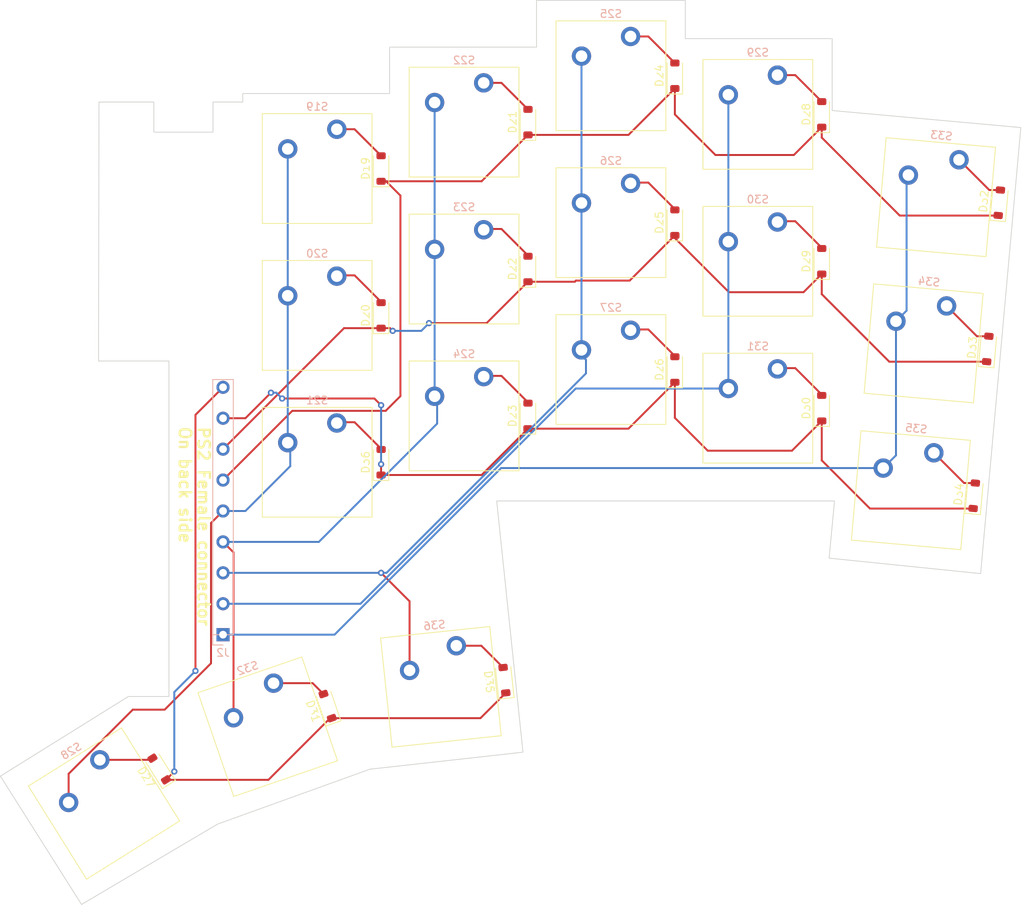
<source format=kicad_pcb>
(kicad_pcb (version 20221018) (generator pcbnew)
  (layers (0 "F.Cu" signal) (31 "B.Cu" signal) (34 "B.Paste" user) (35 "F.Paste" user) (36 "B.SilkS" user "B.Silkscreen") (37 "F.SilkS" user "F.Silkscreen") (38 "B.Mask" user) (39 "F.Mask" user) (44 "Edge.Cuts" user))
  (net 0 "")
  (net 1 "R4")
  (net 2 "R3")
  (net 3 "R2")
  (net 4 "R1")
  (net 5 "Net-(D19-A)")
  (net 6 "Net-(D20-A)")
  (net 7 "Net-(D21-A)")
  (net 8 "Net-(D22-A)")
  (net 9 "Net-(D23-A)")
  (net 10 "Net-(D24-A)")
  (net 11 "Net-(D25-A)")
  (net 12 "Net-(D26-A)")
  (net 13 "Net-(D27-A)")
  (net 14 "Net-(D28-A)")
  (net 15 "Net-(D29-A)")
  (net 16 "Net-(D30-A)")
  (net 17 "Net-(D31-A)")
  (net 18 "Net-(D32-A)")
  (net 19 "Net-(D33-A)")
  (net 20 "Net-(D34-A)")
  (net 21 "Net-(D35-A)")
  (net 22 "Net-(D36-A)")
  (net 23 "C6")
  (net 24 "C7")
  (net 25 "C8")
  (net 26 "C9")
  (net 27 "C10")
  (footprint "Switch_Keyboard_Cherry_MX:SW_Cherry_MX_PCB_1.00u" (layer "F.Cu") (at 250.455964 94.699079)
    (fp_text reference "S31" (at 0 -8) (layer "B.SilkS") (effects (justify mirror)))
    (fp_text value "SW_Push")
    (fp_line (start -7.1 -7.1) (end -7.1 7.1) (stroke (width 0.12)) (layer "F.SilkS"))
    (fp_line (start -7.1 7.1) (end 7.1 7.1) (stroke (width 0.12)) (layer "F.SilkS"))
    (fp_line (start 7.1 -7.1) (end -7.1 -7.1) (stroke (width 0.12)) (layer "F.SilkS"))
    (fp_line (start 7.1 7.1) (end 7.1 -7.1) (stroke (width 0.12)) (layer "F.SilkS"))
    (pad "" np_thru_hole circle (at -5.08 0) (size 1.75 1.75) (drill 1.75) (layers "*.Cu" "*.Mask"))
    (pad "" np_thru_hole circle (at 0 0) (size 4 4) (drill 4) (layers "*.Cu" "*.Mask"))
    (pad "" np_thru_hole circle (at 5.08 0) (size 1.75 1.75) (drill 1.75) (layers "*.Cu" "*.Mask"))
    (pad "1" thru_hole circle (at -3.81 -2.54) (size 2.5 2.5) (drill 1.5) (layers "*.Cu" "B.Mask") (net 26 "C9"))
    (pad "2" thru_hole circle (at 2.54 -5.08) (size 2.5 2.5) (drill 1.5) (layers "*.Cu" "B.Mask") (net 16 "Net-(D30-A)"))
  )
  (footprint "Switch_Keyboard_Cherry_MX:SW_Cherry_MX_PCB_1.00u" (layer "F.Cu") (at 212.455964 57.699079)
    (fp_text reference "S22" (at 0 -8) (layer "B.SilkS") (effects (justify mirror)))
    (fp_text value "SW_Push")
    (fp_line (start -7.1 -7.1) (end -7.1 7.1) (stroke (width 0.12)) (layer "F.SilkS"))
    (fp_line (start -7.1 7.1) (end 7.1 7.1) (stroke (width 0.12)) (layer "F.SilkS"))
    (fp_line (start 7.1 -7.1) (end -7.1 -7.1) (stroke (width 0.12)) (layer "F.SilkS"))
    (fp_line (start 7.1 7.1) (end 7.1 -7.1) (stroke (width 0.12)) (layer "F.SilkS"))
    (pad "" np_thru_hole circle (at -5.08 0) (size 1.75 1.75) (drill 1.75) (layers "*.Cu" "*.Mask"))
    (pad "" np_thru_hole circle (at 0 0) (size 4 4) (drill 4) (layers "*.Cu" "*.Mask"))
    (pad "" np_thru_hole circle (at 5.08 0) (size 1.75 1.75) (drill 1.75) (layers "*.Cu" "*.Mask"))
    (pad "1" thru_hole circle (at -3.81 -2.54) (size 2.5 2.5) (drill 1.5) (layers "*.Cu" "B.Mask") (net 24 "C7"))
    (pad "2" thru_hole circle (at 2.54 -5.08) (size 2.5 2.5) (drill 1.5) (layers "*.Cu" "B.Mask") (net 7 "Net-(D21-A)"))
  )
  (footprint "Switch_Keyboard_Cherry_MX:SW_Cherry_MX_PCB_1.00u" (layer "F.Cu") (at 231.455964 51.699079)
    (fp_text reference "S25" (at 0 -8) (layer "B.SilkS") (effects (justify mirror)))
    (fp_text value "SW_Push")
    (fp_line (start -7.1 -7.1) (end -7.1 7.1) (stroke (width 0.12)) (layer "F.SilkS"))
    (fp_line (start -7.1 7.1) (end 7.1 7.1) (stroke (width 0.12)) (layer "F.SilkS"))
    (fp_line (start 7.1 -7.1) (end -7.1 -7.1) (stroke (width 0.12)) (layer "F.SilkS"))
    (fp_line (start 7.1 7.1) (end 7.1 -7.1) (stroke (width 0.12)) (layer "F.SilkS"))
    (pad "" np_thru_hole circle (at -5.08 0) (size 1.75 1.75) (drill 1.75) (layers "*.Cu" "*.Mask"))
    (pad "" np_thru_hole circle (at 0 0) (size 4 4) (drill 4) (layers "*.Cu" "*.Mask"))
    (pad "" np_thru_hole circle (at 5.08 0) (size 1.75 1.75) (drill 1.75) (layers "*.Cu" "*.Mask"))
    (pad "1" thru_hole circle (at -3.81 -2.54) (size 2.5 2.5) (drill 1.5) (layers "*.Cu" "B.Mask") (net 25 "C8"))
    (pad "2" thru_hole circle (at 2.54 -5.08) (size 2.5 2.5) (drill 1.5) (layers "*.Cu" "B.Mask") (net 10 "Net-(D24-A)"))
  )
  (footprint "Diode_SMD:D_SOD-123" (layer "F.Cu") (at 201.723227 63.699079 90)
    (fp_text reference "D19" (at 0 -2 90) (layer "F.SilkS"))
    (fp_text value "D_Small")
    (fp_line (start -2.36 -1) (end -2.36 1) (stroke (width 0.12)) (layer "F.SilkS"))
    (fp_line (start -2.36 -1) (end 1.65 -1) (stroke (width 0.12)) (layer "F.SilkS"))
    (fp_line (start -2.36 1) (end 1.65 1) (stroke (width 0.12)) (layer "F.SilkS"))
    (pad "1" smd roundrect (at -1.65 0 90) (size 0.9 1.2) (layers "F.Cu" "F.Paste" "F.Mask") (net 1 "R4"))
    (pad "2" smd roundrect (at 1.65 0 90) (size 0.9 1.2) (layers "F.Cu" "F.Paste" "F.Mask") (net 5 "Net-(D19-A)"))
  )
  (footprint "Switch_Keyboard_Cherry_MX:SW_Cherry_MX_PCB_1.00u" (layer "F.Cu") (at 165.879855 145.841604 32)
    (fp_text reference "S28" (at 0 -8 32) (layer "B.SilkS") (effects (justify mirror)))
    (fp_text value "SW_Push")
    (fp_line (start -7.1 -7.1) (end -7.1 7.1) (stroke (width 0.12)) (layer "F.SilkS"))
    (fp_line (start -7.1 7.1) (end 7.1 7.1) (stroke (width 0.12)) (layer "F.SilkS"))
    (fp_line (start 7.1 -7.1) (end -7.1 -7.1) (stroke (width 0.12)) (layer "F.SilkS"))
    (fp_line (start 7.1 7.1) (end 7.1 -7.1) (stroke (width 0.12)) (layer "F.SilkS"))
    (pad "" np_thru_hole circle (at -5.08 0 32) (size 1.75 1.75) (drill 1.75) (layers "*.Cu" "*.Mask"))
    (pad "" np_thru_hole circle (at 0 0 32) (size 4 4) (drill 4) (layers "*.Cu" "*.Mask"))
    (pad "" np_thru_hole circle (at 5.08 0 32) (size 1.75 1.75) (drill 1.75) (layers "*.Cu" "*.Mask"))
    (pad "1" thru_hole circle (at -3.81 -2.54 32) (size 2.5 2.5) (drill 1.5) (layers "*.Cu" "B.Mask") (net 23 "C6"))
    (pad "2" thru_hole circle (at 2.54 -5.08 32) (size 2.5 2.5) (drill 1.5) (layers "*.Cu" "B.Mask") (net 13 "Net-(D27-A)"))
  )
  (footprint "Switch_Keyboard_Cherry_MX:SW_Cherry_MX_PCB_1.00u" (layer "F.Cu") (at 271.900122 86.314073 -5)
    (fp_text reference "S34" (at 0 -8 175) (layer "B.SilkS") (effects (justify mirror)))
    (fp_text value "SW_Push")
    (fp_line (start -7.1 -7.1) (end -7.1 7.1) (stroke (width 0.12)) (layer "F.SilkS"))
    (fp_line (start -7.1 7.1) (end 7.1 7.1) (stroke (width 0.12)) (layer "F.SilkS"))
    (fp_line (start 7.1 -7.1) (end -7.1 -7.1) (stroke (width 0.12)) (layer "F.SilkS"))
    (fp_line (start 7.1 7.1) (end 7.1 -7.1) (stroke (width 0.12)) (layer "F.SilkS"))
    (pad "" np_thru_hole circle (at -5.08 0 355) (size 1.75 1.75) (drill 1.75) (layers "*.Cu" "*.Mask"))
    (pad "" np_thru_hole circle (at 0 0 355) (size 4 4) (drill 4) (layers "*.Cu" "*.Mask"))
    (pad "" np_thru_hole circle (at 5.08 0 355) (size 1.75 1.75) (drill 1.75) (layers "*.Cu" "*.Mask"))
    (pad "1" thru_hole circle (at -3.81 -2.54 355) (size 2.5 2.5) (drill 1.5) (layers "*.Cu" "B.Mask") (net 27 "C10"))
    (pad "2" thru_hole circle (at 2.54 -5.08 355) (size 2.5 2.5) (drill 1.5) (layers "*.Cu" "B.Mask") (net 19 "Net-(D33-A)"))
  )
  (footprint "Diode_SMD:D_SOD-123" (layer "F.Cu") (at 220.723227 95.699079 90)
    (fp_text reference "D23" (at 0 -2 90) (layer "F.SilkS"))
    (fp_text value "D_Small")
    (fp_line (start -2.36 -1) (end -2.36 1) (stroke (width 0.12)) (layer "F.SilkS"))
    (fp_line (start -2.36 -1) (end 1.65 -1) (stroke (width 0.12)) (layer "F.SilkS"))
    (fp_line (start -2.36 1) (end 1.65 1) (stroke (width 0.12)) (layer "F.SilkS"))
    (pad "1" smd roundrect (at -1.65 0 90) (size 0.9 1.2) (layers "F.Cu" "F.Paste" "F.Mask") (net 3 "R2"))
    (pad "2" smd roundrect (at 1.65 0 90) (size 0.9 1.2) (layers "F.Cu" "F.Paste" "F.Mask") (net 9 "Net-(D23-A)"))
  )
  (footprint "Diode_SMD:D_SOD-123" (layer "F.Cu") (at 258.723227 56.695448 90)
    (fp_text reference "D28" (at 0 -2 90) (layer "F.SilkS"))
    (fp_text value "D_Small")
    (fp_line (start -2.36 -1) (end -2.36 1) (stroke (width 0.12)) (layer "F.SilkS"))
    (fp_line (start -2.36 -1) (end 1.65 -1) (stroke (width 0.12)) (layer "F.SilkS"))
    (fp_line (start -2.36 1) (end 1.65 1) (stroke (width 0.12)) (layer "F.SilkS"))
    (pad "1" smd roundrect (at -1.65 0 90) (size 0.9 1.2) (layers "F.Cu" "F.Paste" "F.Mask") (net 1 "R4"))
    (pad "2" smd roundrect (at 1.65 0 90) (size 0.9 1.2) (layers "F.Cu" "F.Paste" "F.Mask") (net 14 "Net-(D28-A)"))
  )
  (footprint "Diode_SMD:D_SOD-123" (layer "F.Cu") (at 201.723227 82.699079 90)
    (fp_text reference "D20" (at 0 -2 90) (layer "F.SilkS"))
    (fp_text value "D_Small")
    (fp_line (start -2.36 -1) (end -2.36 1) (stroke (width 0.12)) (layer "F.SilkS"))
    (fp_line (start -2.36 -1) (end 1.65 -1) (stroke (width 0.12)) (layer "F.SilkS"))
    (fp_line (start -2.36 1) (end 1.65 1) (stroke (width 0.12)) (layer "F.SilkS"))
    (pad "1" smd roundrect (at -1.65 0 90) (size 0.9 1.2) (layers "F.Cu" "F.Paste" "F.Mask") (net 2 "R3"))
    (pad "2" smd roundrect (at 1.65 0 90) (size 0.9 1.2) (layers "F.Cu" "F.Paste" "F.Mask") (net 6 "Net-(D20-A)"))
  )
  (footprint "Switch_Keyboard_Cherry_MX:SW_Cherry_MX_PCB_1.00u" (layer "F.Cu") (at 212.455964 76.699079)
    (fp_text reference "S23" (at 0 -8) (layer "B.SilkS") (effects (justify mirror)))
    (fp_text value "SW_Push")
    (fp_line (start -7.1 -7.1) (end -7.1 7.1) (stroke (width 0.12)) (layer "F.SilkS"))
    (fp_line (start -7.1 7.1) (end 7.1 7.1) (stroke (width 0.12)) (layer "F.SilkS"))
    (fp_line (start 7.1 -7.1) (end -7.1 -7.1) (stroke (width 0.12)) (layer "F.SilkS"))
    (fp_line (start 7.1 7.1) (end 7.1 -7.1) (stroke (width 0.12)) (layer "F.SilkS"))
    (pad "" np_thru_hole circle (at -5.08 0) (size 1.75 1.75) (drill 1.75) (layers "*.Cu" "*.Mask"))
    (pad "" np_thru_hole circle (at 0 0) (size 4 4) (drill 4) (layers "*.Cu" "*.Mask"))
    (pad "" np_thru_hole circle (at 5.08 0) (size 1.75 1.75) (drill 1.75) (layers "*.Cu" "*.Mask"))
    (pad "1" thru_hole circle (at -3.81 -2.54) (size 2.5 2.5) (drill 1.5) (layers "*.Cu" "B.Mask") (net 24 "C7"))
    (pad "2" thru_hole circle (at 2.54 -5.08) (size 2.5 2.5) (drill 1.5) (layers "*.Cu" "B.Mask") (net 8 "Net-(D22-A)"))
  )
  (footprint "Switch_Keyboard_Cherry_MX:SW_Cherry_MX_PCB_1.00u" (layer "F.Cu") (at 250.455964 75.699079)
    (fp_text reference "S30" (at 0 -8) (layer "B.SilkS") (effects (justify mirror)))
    (fp_text value "SW_Push")
    (fp_line (start -7.1 -7.1) (end -7.1 7.1) (stroke (width 0.12)) (layer "F.SilkS"))
    (fp_line (start -7.1 7.1) (end 7.1 7.1) (stroke (width 0.12)) (layer "F.SilkS"))
    (fp_line (start 7.1 -7.1) (end -7.1 -7.1) (stroke (width 0.12)) (layer "F.SilkS"))
    (fp_line (start 7.1 7.1) (end 7.1 -7.1) (stroke (width 0.12)) (layer "F.SilkS"))
    (pad "" np_thru_hole circle (at -5.08 0) (size 1.75 1.75) (drill 1.75) (layers "*.Cu" "*.Mask"))
    (pad "" np_thru_hole circle (at 0 0) (size 4 4) (drill 4) (layers "*.Cu" "*.Mask"))
    (pad "" np_thru_hole circle (at 5.08 0) (size 1.75 1.75) (drill 1.75) (layers "*.Cu" "*.Mask"))
    (pad "1" thru_hole circle (at -3.81 -2.54) (size 2.5 2.5) (drill 1.5) (layers "*.Cu" "B.Mask") (net 26 "C9"))
    (pad "2" thru_hole circle (at 2.54 -5.08) (size 2.5 2.5) (drill 1.5) (layers "*.Cu" "B.Mask") (net 15 "Net-(D29-A)"))
  )
  (footprint "Diode_SMD:D_SOD-123" (layer "F.Cu") (at 258.723227 75.695448 90)
    (fp_text reference "D29" (at 0 -2 90) (layer "F.SilkS"))
    (fp_text value "D_Small")
    (fp_line (start -2.36 -1) (end -2.36 1) (stroke (width 0.12)) (layer "F.SilkS"))
    (fp_line (start -2.36 -1) (end 1.65 -1) (stroke (width 0.12)) (layer "F.SilkS"))
    (fp_line (start -2.36 1) (end 1.65 1) (stroke (width 0.12)) (layer "F.SilkS"))
    (pad "1" smd roundrect (at -1.65 0 90) (size 0.9 1.2) (layers "F.Cu" "F.Paste" "F.Mask") (net 2 "R3"))
    (pad "2" smd roundrect (at 1.65 0 90) (size 0.9 1.2) (layers "F.Cu" "F.Paste" "F.Mask") (net 15 "Net-(D29-A)"))
  )
  (footprint "Diode_SMD:D_SOD-123" (layer "F.Cu") (at 201.723227 101.695448 90)
    (fp_text reference "D36" (at 0 -2 90) (layer "F.SilkS"))
    (fp_text value "D_Small")
    (fp_line (start -2.36 -1) (end -2.36 1) (stroke (width 0.12)) (layer "F.SilkS"))
    (fp_line (start -2.36 -1) (end 1.65 -1) (stroke (width 0.12)) (layer "F.SilkS"))
    (fp_line (start -2.36 1) (end 1.65 1) (stroke (width 0.12)) (layer "F.SilkS"))
    (pad "1" smd roundrect (at -1.65 0 90) (size 0.9 1.2) (layers "F.Cu" "F.Paste" "F.Mask") (net 3 "R2"))
    (pad "2" smd roundrect (at 1.65 0 90) (size 0.9 1.2) (layers "F.Cu" "F.Paste" "F.Mask") (net 22 "Net-(D36-A)"))
  )
  (footprint "Switch_Keyboard_Cherry_MX:SW_Cherry_MX_PCB_1.00u" (layer "F.Cu") (at 193.455962 63.699079)
    (fp_text reference "S19" (at 0 -8) (layer "B.SilkS") (effects (justify mirror)))
    (fp_text value "SW_Push")
    (fp_line (start -7.1 -7.1) (end -7.1 7.1) (stroke (width 0.12)) (layer "F.SilkS"))
    (fp_line (start -7.1 7.1) (end 7.1 7.1) (stroke (width 0.12)) (layer "F.SilkS"))
    (fp_line (start 7.1 -7.1) (end -7.1 -7.1) (stroke (width 0.12)) (layer "F.SilkS"))
    (fp_line (start 7.1 7.1) (end 7.1 -7.1) (stroke (width 0.12)) (layer "F.SilkS"))
    (pad "" np_thru_hole circle (at -5.08 0) (size 1.75 1.75) (drill 1.75) (layers "*.Cu" "*.Mask"))
    (pad "" np_thru_hole circle (at 0 0) (size 4 4) (drill 4) (layers "*.Cu" "*.Mask"))
    (pad "" np_thru_hole circle (at 5.08 0) (size 1.75 1.75) (drill 1.75) (layers "*.Cu" "*.Mask"))
    (pad "1" thru_hole circle (at -3.81 -2.54) (size 2.5 2.5) (drill 1.5) (layers "*.Cu" "B.Mask") (net 23 "C6"))
    (pad "2" thru_hole circle (at 2.54 -5.08) (size 2.5 2.5) (drill 1.5) (layers "*.Cu" "B.Mask") (net 5 "Net-(D19-A)"))
  )
  (footprint "Diode_SMD:D_SOD-123" (layer "F.Cu") (at 217.678961 129.884862 96)
    (fp_text reference "D35" (at 0 -2 96) (layer "F.SilkS"))
    (fp_text value "D_Small")
    (fp_line (start -2.36 -1) (end -2.36 1) (stroke (width 0.12)) (layer "F.SilkS"))
    (fp_line (start -2.36 -1) (end 1.65 -1) (stroke (width 0.12)) (layer "F.SilkS"))
    (fp_line (start -2.36 1) (end 1.65 1) (stroke (width 0.12)) (layer "F.SilkS"))
    (pad "1" smd roundrect (at -1.65 0 96) (size 0.9 1.2) (layers "F.Cu" "F.Paste" "F.Mask") (net 4 "R1"))
    (pad "2" smd roundrect (at 1.65 0 96) (size 0.9 1.2) (layers "F.Cu" "F.Paste" "F.Mask") (net 21 "Net-(D35-A)"))
  )
  (footprint "Diode_SMD:D_SOD-123" (layer "F.Cu") (at 278.451155 106.028815 85)
    (fp_text reference "D34" (at 0 -2 85) (layer "F.SilkS"))
    (fp_text value "D_Small")
    (fp_line (start -2.36 -1) (end -2.36 1) (stroke (width 0.12)) (layer "F.SilkS"))
    (fp_line (start -2.36 -1) (end 1.65 -1) (stroke (width 0.12)) (layer "F.SilkS"))
    (fp_line (start -2.36 1) (end 1.65 1) (stroke (width 0.12)) (layer "F.SilkS"))
    (pad "1" smd roundrect (at -1.65 0 85) (size 0.9 1.2) (layers "F.Cu" "F.Paste" "F.Mask") (net 3 "R2"))
    (pad "2" smd roundrect (at 1.65 0 85) (size 0.9 1.2) (layers "F.Cu" "F.Paste" "F.Mask") (net 20 "Net-(D34-A)"))
  )
  (footprint "Diode_SMD:D_SOD-123" (layer "F.Cu") (at 281.692834 68.123934 85)
    (fp_text reference "D32" (at 0 -2 85) (layer "F.SilkS"))
    (fp_text value "D_Small")
    (fp_line (start -2.36 -1) (end -2.36 1) (stroke (width 0.12)) (layer "F.SilkS"))
    (fp_line (start -2.36 -1) (end 1.65 -1) (stroke (width 0.12)) (layer "F.SilkS"))
    (fp_line (start -2.36 1) (end 1.65 1) (stroke (width 0.12)) (layer "F.SilkS"))
    (pad "1" smd roundrect (at -1.65 0 85) (size 0.9 1.2) (layers "F.Cu" "F.Paste" "F.Mask") (net 1 "R4"))
    (pad "2" smd roundrect (at 1.65 0 85) (size 0.9 1.2) (layers "F.Cu" "F.Paste" "F.Mask") (net 18 "Net-(D32-A)"))
  )
  (footprint "Diode_SMD:D_SOD-123" (layer "F.Cu") (at 194.807751 133.237381 109)
    (fp_text reference "D31" (at 0 -2 109) (layer "F.SilkS"))
    (fp_text value "D_Small")
    (fp_line (start -2.36 -1) (end -2.36 1) (stroke (width 0.12)) (layer "F.SilkS"))
    (fp_line (start -2.36 -1) (end 1.65 -1) (stroke (width 0.12)) (layer "F.SilkS"))
    (fp_line (start -2.36 1) (end 1.65 1) (stroke (width 0.12)) (layer "F.SilkS"))
    (pad "1" smd roundrect (at -1.65 0 109) (size 0.9 1.2) (layers "F.Cu" "F.Paste" "F.Mask") (net 4 "R1"))
    (pad "2" smd roundrect (at 1.65 0 109) (size 0.9 1.2) (layers "F.Cu" "F.Paste" "F.Mask") (net 17 "Net-(D31-A)"))
  )
  (footprint "Diode_SMD:D_SOD-123" (layer "F.Cu") (at 220.723227 76.695448 90)
    (fp_text reference "D22" (at 0 -2 90) (layer "F.SilkS"))
    (fp_text value "D_Small")
    (fp_line (start -2.36 -1) (end -2.36 1) (stroke (width 0.12)) (layer "F.SilkS"))
    (fp_line (start -2.36 -1) (end 1.65 -1) (stroke (width 0.12)) (layer "F.SilkS"))
    (fp_line (start -2.36 1) (end 1.65 1) (stroke (width 0.12)) (layer "F.SilkS"))
    (pad "1" smd roundrect (at -1.65 0 90) (size 0.9 1.2) (layers "F.Cu" "F.Paste" "F.Mask") (net 2 "R3"))
    (pad "2" smd roundrect (at 1.65 0 90) (size 0.9 1.2) (layers "F.Cu" "F.Paste" "F.Mask") (net 8 "Net-(D22-A)"))
  )
  (footprint "Switch_Keyboard_Cherry_MX:SW_Cherry_MX_PCB_1.00u" (layer "F.Cu") (at 231.455964 70.699079)
    (fp_text reference "S26" (at 0 -8) (layer "B.SilkS") (effects (justify mirror)))
    (fp_text value "SW_Push")
    (fp_line (start -7.1 -7.1) (end -7.1 7.1) (stroke (width 0.12)) (layer "F.SilkS"))
    (fp_line (start -7.1 7.1) (end 7.1 7.1) (stroke (width 0.12)) (layer "F.SilkS"))
    (fp_line (start 7.1 -7.1) (end -7.1 -7.1) (stroke (width 0.12)) (layer "F.SilkS"))
    (fp_line (start 7.1 7.1) (end 7.1 -7.1) (stroke (width 0.12)) (layer "F.SilkS"))
    (pad "" np_thru_hole circle (at -5.08 0) (size 1.75 1.75) (drill 1.75) (layers "*.Cu" "*.Mask"))
    (pad "" np_thru_hole circle (at 0 0) (size 4 4) (drill 4) (layers "*.Cu" "*.Mask"))
    (pad "" np_thru_hole circle (at 5.08 0) (size 1.75 1.75) (drill 1.75) (layers "*.Cu" "*.Mask"))
    (pad "1" thru_hole circle (at -3.81 -2.54) (size 2.5 2.5) (drill 1.5) (layers "*.Cu" "B.Mask") (net 25 "C8"))
    (pad "2" thru_hole circle (at 2.54 -5.08) (size 2.5 2.5) (drill 1.5) (layers "*.Cu" "B.Mask") (net 11 "Net-(D25-A)"))
  )
  (footprint "Switch_Keyboard_Cherry_MX:SW_Cherry_MX_PCB_1.00u" (layer "F.Cu") (at 193.455962 101.699079)
    (fp_text reference "S21" (at 0 -8) (layer "B.SilkS") (effects (justify mirror)))
    (fp_text value "SW_Push")
    (fp_line (start -7.1 -7.1) (end -7.1 7.1) (stroke (width 0.12)) (layer "F.SilkS"))
    (fp_line (start -7.1 7.1) (end 7.1 7.1) (stroke (width 0.12)) (layer "F.SilkS"))
    (fp_line (start 7.1 -7.1) (end -7.1 -7.1) (stroke (width 0.12)) (layer "F.SilkS"))
    (fp_line (start 7.1 7.1) (end 7.1 -7.1) (stroke (width 0.12)) (layer "F.SilkS"))
    (pad "" np_thru_hole circle (at -5.08 0) (size 1.75 1.75) (drill 1.75) (layers "*.Cu" "*.Mask"))
    (pad "" np_thru_hole circle (at 0 0) (size 4 4) (drill 4) (layers "*.Cu" "*.Mask"))
    (pad "" np_thru_hole circle (at 5.08 0) (size 1.75 1.75) (drill 1.75) (layers "*.Cu" "*.Mask"))
    (pad "1" thru_hole circle (at -3.81 -2.54) (size 2.5 2.5) (drill 1.5) (layers "*.Cu" "B.Mask") (net 23 "C6"))
    (pad "2" thru_hole circle (at 2.54 -5.08) (size 2.5 2.5) (drill 1.5) (layers "*.Cu" "B.Mask") (net 22 "Net-(D36-A)"))
  )
  (footprint "Switch_Keyboard_Cherry_MX:SW_Cherry_MX_PCB_1.00u" (layer "F.Cu") (at 187.063343 135.903994 19)
    (fp_text reference "S32" (at 0 -8 19) (layer "B.SilkS") (effects (justify mirror)))
    (fp_text value "SW_Push")
    (fp_line (start -7.1 -7.1) (end -7.1 7.1) (stroke (width 0.12)) (layer "F.SilkS"))
    (fp_line (start -7.1 7.1) (end 7.1 7.1) (stroke (width 0.12)) (layer "F.SilkS"))
    (fp_line (start 7.1 -7.1) (end -7.1 -7.1) (stroke (width 0.12)) (layer "F.SilkS"))
    (fp_line (start 7.1 7.1) (end 7.1 -7.1) (stroke (width 0.12)) (layer "F.SilkS"))
    (pad "" np_thru_hole circle (at -5.08 0 19) (size 1.75 1.75) (drill 1.75) (layers "*.Cu" "*.Mask"))
    (pad "" np_thru_hole circle (at 0 0 19) (size 4 4) (drill 4) (layers "*.Cu" "*.Mask"))
    (pad "" np_thru_hole circle (at 5.08 0 19) (size 1.75 1.75) (drill 1.75) (layers "*.Cu" "*.Mask"))
    (pad "1" thru_hole circle (at -3.81 -2.54 19) (size 2.5 2.5) (drill 1.5) (layers "*.Cu" "B.Mask") (net 24 "C7"))
    (pad "2" thru_hole circle (at 2.54 -5.08 19) (size 2.5 2.5) (drill 1.5) (layers "*.Cu" "B.Mask") (net 17 "Net-(D31-A)"))
  )
  (footprint "Diode_SMD:D_SOD-123" (layer "F.Cu") (at 280.200155 87.040232 85)
    (fp_text reference "D33" (at 0 -2 85) (layer "F.SilkS"))
    (fp_text value "D_Small")
    (fp_line (start -2.36 -1) (end -2.36 1) (stroke (width 0.12)) (layer "F.SilkS"))
    (fp_line (start -2.36 -1) (end 1.65 -1) (stroke (width 0.12)) (layer "F.SilkS"))
    (fp_line (start -2.36 1) (end 1.65 1) (stroke (width 0.12)) (layer "F.SilkS"))
    (pad "1" smd roundrect (at -1.65 0 85) (size 0.9 1.2) (layers "F.Cu" "F.Paste" "F.Mask") (net 2 "R3"))
    (pad "2" smd roundrect (at 1.65 0 85) (size 0.9 1.2) (layers "F.Cu" "F.Paste" "F.Mask") (net 19 "Net-(D33-A)"))
  )
  (footprint "Diode_SMD:D_SOD-123" (layer "F.Cu") (at 220.723227 57.699079 90)
    (fp_text reference "D21" (at 0 -2 90) (layer "F.SilkS"))
    (fp_text value "D_Small")
    (fp_line (start -2.36 -1) (end -2.36 1) (stroke (width 0.12)) (layer "F.SilkS"))
    (fp_line (start -2.36 -1) (end 1.65 -1) (stroke (width 0.12)) (layer "F.SilkS"))
    (fp_line (start -2.36 1) (end 1.65 1) (stroke (width 0.12)) (layer "F.SilkS"))
    (pad "1" smd roundrect (at -1.65 0 90) (size 0.9 1.2) (layers "F.Cu" "F.Paste" "F.Mask") (net 1 "R4"))
    (pad "2" smd roundrect (at 1.65 0 90) (size 0.9 1.2) (layers "F.Cu" "F.Paste" "F.Mask") (net 7 "Net-(D21-A)"))
  )
  (footprint "Switch_Keyboard_Cherry_MX:SW_Cherry_MX_PCB_1.00u" (layer "F.Cu") (at 231.455964 89.699079)
    (fp_text reference "S27" (at 0 -8) (layer "B.SilkS") (effects (justify mirror)))
    (fp_text value "SW_Push")
    (fp_line (start -7.1 -7.1) (end -7.1 7.1) (stroke (width 0.12)) (layer "F.SilkS"))
    (fp_line (start -7.1 7.1) (end 7.1 7.1) (stroke (width 0.12)) (layer "F.SilkS"))
    (fp_line (start 7.1 -7.1) (end -7.1 -7.1) (stroke (width 0.12)) (layer "F.SilkS"))
    (fp_line (start 7.1 7.1) (end 7.1 -7.1) (stroke (width 0.12)) (layer "F.SilkS"))
    (pad "" np_thru_hole circle (at -5.08 0) (size 1.75 1.75) (drill 1.75) (layers "*.Cu" "*.Mask"))
    (pad "" np_thru_hole circle (at 0 0) (size 4 4) (drill 4) (layers "*.Cu" "*.Mask"))
    (pad "" np_thru_hole circle (at 5.08 0) (size 1.75 1.75) (drill 1.75) (layers "*.Cu" "*.Mask"))
    (pad "1" thru_hole circle (at -3.81 -2.54) (size 2.5 2.5) (drill 1.5) (layers "*.Cu" "B.Mask") (net 25 "C8"))
    (pad "2" thru_hole circle (at 2.54 -5.08) (size 2.5 2.5) (drill 1.5) (layers "*.Cu" "B.Mask") (net 12 "Net-(D26-A)"))
  )
  (footprint "Diode_SMD:D_SOD-123" (layer "F.Cu") (at 239.723227 70.699079 90)
    (fp_text reference "D25" (at 0 -2 90) (layer "F.SilkS"))
    (fp_text value "D_Small")
    (fp_line (start -2.36 -1) (end -2.36 1) (stroke (width 0.12)) (layer "F.SilkS"))
    (fp_line (start -2.36 -1) (end 1.65 -1) (stroke (width 0.12)) (layer "F.SilkS"))
    (fp_line (start -2.36 1) (end 1.65 1) (stroke (width 0.12)) (layer "F.SilkS"))
    (pad "1" smd roundrect (at -1.65 0 90) (size 0.9 1.2) (layers "F.Cu" "F.Paste" "F.Mask") (net 2 "R3"))
    (pad "2" smd roundrect (at 1.65 0 90) (size 0.9 1.2) (layers "F.Cu" "F.Paste" "F.Mask") (net 11 "Net-(D25-A)"))
  )
  (footprint "Switch_Keyboard_Cherry_MX:SW_Cherry_MX_PCB_1.00u" (layer "F.Cu") (at 270.252106 105.311492 -5)
    (fp_text reference "S35" (at 0 -8 175) (layer "B.SilkS") (effects (justify mirror)))
    (fp_text value "SW_Push")
    (fp_line (start -7.1 -7.1) (end -7.1 7.1) (stroke (width 0.12)) (layer "F.SilkS"))
    (fp_line (start -7.1 7.1) (end 7.1 7.1) (stroke (width 0.12)) (layer "F.SilkS"))
    (fp_line (start 7.1 -7.1) (end -7.1 -7.1) (stroke (width 0.12)) (layer "F.SilkS"))
    (fp_line (start 7.1 7.1) (end 7.1 -7.1) (stroke (width 0.12)) (layer "F.SilkS"))
    (pad "" np_thru_hole circle (at -5.08 0 355) (size 1.75 1.75) (drill 1.75) (layers "*.Cu" "*.Mask"))
    (pad "" np_thru_hole circle (at 0 0 355) (size 4 4) (drill 4) (layers "*.Cu" "*.Mask"))
    (pad "" np_thru_hole circle (at 5.08 0 355) (size 1.75 1.75) (drill 1.75) (layers "*.Cu" "*.Mask"))
    (pad "1" thru_hole circle (at -3.81 -2.54 355) (size 2.5 2.5) (drill 1.5) (layers "*.Cu" "B.Mask") (net 27 "C10"))
    (pad "2" thru_hole circle (at 2.54 -5.08 355) (size 2.5 2.5) (drill 1.5) (layers "*.Cu" "B.Mask") (net 20 "Net-(D34-A)"))
  )
  (footprint "Switch_Keyboard_Cherry_MX:SW_Cherry_MX_PCB_1.00u" (layer "F.Cu") (at 193.455962 82.699079)
    (fp_text reference "S20" (at 0 -8) (layer "B.SilkS") (effects (justify mirror)))
    (fp_text value "SW_Push")
    (fp_line (start -7.1 -7.1) (end -7.1 7.1) (stroke (width 0.12)) (layer "F.SilkS"))
    (fp_line (start -7.1 7.1) (end 7.1 7.1) (stroke (width 0.12)) (layer "F.SilkS"))
    (fp_line (start 7.1 -7.1) (end -7.1 -7.1) (stroke (width 0.12)) (layer "F.SilkS"))
    (fp_line (start 7.1 7.1) (end 7.1 -7.1) (stroke (width 0.12)) (layer "F.SilkS"))
    (pad "" np_thru_hole circle (at -5.08 0) (size 1.75 1.75) (drill 1.75) (layers "*.Cu" "*.Mask"))
    (pad "" np_thru_hole circle (at 0 0) (size 4 4) (drill 4) (layers "*.Cu" "*.Mask"))
    (pad "" np_thru_hole circle (at 5.08 0) (size 1.75 1.75) (drill 1.75) (layers "*.Cu" "*.Mask"))
    (pad "1" thru_hole circle (at -3.81 -2.54) (size 2.5 2.5) (drill 1.5) (layers "*.Cu" "B.Mask") (net 23 "C6"))
    (pad "2" thru_hole circle (at 2.54 -5.08) (size 2.5 2.5) (drill 1.5) (layers "*.Cu" "B.Mask") (net 6 "Net-(D20-A)"))
  )
  (footprint "Switch_Keyboard_Cherry_MX:SW_Cherry_MX_PCB_1.00u" (layer "F.Cu") (at 250.455964 56.699079)
    (fp_text reference "S29" (at 0 -8) (layer "B.SilkS") (effects (justify mirror)))
    (fp_text value "SW_Push")
    (fp_line (start -7.1 -7.1) (end -7.1 7.1) (stroke (width 0.12)) (layer "F.SilkS"))
    (fp_line (start -7.1 7.1) (end 7.1 7.1) (stroke (width 0.12)) (layer "F.SilkS"))
    (fp_line (start 7.1 -7.1) (end -7.1 -7.1) (stroke (width 0.12)) (layer "F.SilkS"))
    (fp_line (start 7.1 7.1) (end 7.1 -7.1) (stroke (width 0.12)) (layer "F.SilkS"))
    (pad "" np_thru_hole circle (at -5.08 0) (size 1.75 1.75) (drill 1.75) (layers "*.Cu" "*.Mask"))
    (pad "" np_thru_hole circle (at 0 0) (size 4 4) (drill 4) (layers "*.Cu" "*.Mask"))
    (pad "" np_thru_hole circle (at 5.08 0) (size 1.75 1.75) (drill 1.75) (layers "*.Cu" "*.Mask"))
    (pad "1" thru_hole circle (at -3.81 -2.54) (size 2.5 2.5) (drill 1.5) (layers "*.Cu" "B.Mask") (net 26 "C9"))
    (pad "2" thru_hole circle (at 2.54 -5.08) (size 2.5 2.5) (drill 1.5) (layers "*.Cu" "B.Mask") (net 14 "Net-(D28-A)"))
  )
  (footprint "Switch_Keyboard_Cherry_MX:SW_Cherry_MX_PCB_1.00u" (layer "F.Cu") (at 273.509347 67.407972 -5)
    (fp_text reference "S33" (at 0 -8 175) (layer "B.SilkS") (effects (justify mirror)))
    (fp_text value "SW_Push")
    (fp_line (start -7.1 -7.1) (end -7.1 7.1) (stroke (width 0.12)) (layer "F.SilkS"))
    (fp_line (start -7.1 7.1) (end 7.1 7.1) (stroke (width 0.12)) (layer "F.SilkS"))
    (fp_line (start 7.1 -7.1) (end -7.1 -7.1) (stroke (width 0.12)) (layer "F.SilkS"))
    (fp_line (start 7.1 7.1) (end 7.1 -7.1) (stroke (width 0.12)) (layer "F.SilkS"))
    (pad "" np_thru_hole circle (at -5.08 0 355) (size 1.75 1.75) (drill 1.75) (layers "*.Cu" "*.Mask"))
    (pad "" np_thru_hole circle (at 0 0 355) (size 4 4) (drill 4) (layers "*.Cu" "*.Mask"))
    (pad "" np_thru_hole circle (at 5.08 0 355) (size 1.75 1.75) (drill 1.75) (layers "*.Cu" "*.Mask"))
    (pad "1" thru_hole circle (at -3.81 -2.54 355) (size 2.5 2.5) (drill 1.5) (layers "*.Cu" "B.Mask") (net 27 "C10"))
    (pad "2" thru_hole circle (at 2.54 -5.08 355) (size 2.5 2.5) (drill 1.5) (layers "*.Cu" "B.Mask") (net 18 "Net-(D32-A)"))
  )
  (footprint "Diode_SMD:D_SOD-123" (layer "F.Cu") (at 173.023156 141.377974 122)
    (fp_text reference "D27" (at 0.000001 -2 122) (layer "F.SilkS"))
    (fp_text value "D_Small")
    (fp_line (start -2.36 -1) (end -2.36 1) (stroke (width 0.12)) (layer "F.SilkS"))
    (fp_line (start -2.36 -1) (end 1.65 -1) (stroke (width 0.12)) (layer "F.SilkS"))
    (fp_line (start -2.36 1) (end 1.65 1) (stroke (width 0.12)) (layer "F.SilkS"))
    (pad "1" smd roundrect (at -1.65 0 122) (size 0.9 1.2) (layers "F.Cu" "F.Paste" "F.Mask") (net 4 "R1"))
    (pad "2" smd roundrect (at 1.65 0 122) (size 0.9 1.2) (layers "F.Cu" "F.Paste" "F.Mask") (net 13 "Net-(D27-A)"))
  )
  (footprint "Switch_Keyboard_Cherry_MX:SW_Cherry_MX_PCB_1.00u" (layer "F.Cu") (at 209.461031 130.748601 6)
    (fp_text reference "S36" (at 0 -8 6) (layer "B.SilkS") (effects (justify mirror)))
    (fp_text value "SW_Push")
    (fp_line (start -7.1 -7.1) (end -7.1 7.1) (stroke (width 0.12)) (layer "F.SilkS"))
    (fp_line (start -7.1 7.1) (end 7.1 7.1) (stroke (width 0.12)) (layer "F.SilkS"))
    (fp_line (start 7.1 -7.1) (end -7.1 -7.1) (stroke (width 0.12)) (layer "F.SilkS"))
    (fp_line (start 7.1 7.1) (end 7.1 -7.1) (stroke (width 0.12)) (layer "F.SilkS"))
    (pad "" np_thru_hole circle (at -5.08 0 6) (size 1.75 1.75) (drill 1.75) (layers "*.Cu" "*.Mask"))
    (pad "" np_thru_hole circle (at 0 0 6) (size 4 4) (drill 4) (layers "*.Cu" "*.Mask"))
    (pad "" np_thru_hole circle (at 5.08 0 6) (size 1.75 1.75) (drill 1.75) (layers "*.Cu" "*.Mask"))
    (pad "1" thru_hole circle (at -3.81 -2.54 6) (size 2.5 2.5) (drill 1.5) (layers "*.Cu" "B.Mask") (net 25 "C8"))
    (pad "2" thru_hole circle (at 2.54 -5.08 6) (size 2.5 2.5) (drill 1.5) (layers "*.Cu" "B.Mask") (net 21 "Net-(D35-A)"))
  )
  (footprint "Diode_SMD:D_SOD-123" (layer "F.Cu") (at 239.723227 51.699079 90)
    (fp_text reference "D24" (at 0 -2 90) (layer "F.SilkS"))
    (fp_text value "D_Small")
    (fp_line (start -2.36 -1) (end -2.36 1) (stroke (width 0.12)) (layer "F.SilkS"))
    (fp_line (start -2.36 -1) (end 1.65 -1) (stroke (width 0.12)) (layer "F.SilkS"))
    (fp_line (start -2.36 1) (end 1.65 1) (stroke (width 0.12)) (layer "F.SilkS"))
    (pad "1" smd roundrect (at -1.65 0 90) (size 0.9 1.2) (layers "F.Cu" "F.Paste" "F.Mask") (net 1 "R4"))
    (pad "2" smd roundrect (at 1.65 0 90) (size 0.9 1.2) (layers "F.Cu" "F.Paste" "F.Mask") (net 10 "Net-(D24-A)"))
  )
  (footprint "Diode_SMD:D_SOD-123" (layer "F.Cu") (at 239.723227 89.699079 90)
    (fp_text reference "D26" (at 0 -2 90) (layer "F.SilkS"))
    (fp_text value "D_Small")
    (fp_line (start -2.36 -1) (end -2.36 1) (stroke (width 0.12)) (layer "F.SilkS"))
    (fp_line (start -2.36 -1) (end 1.65 -1) (stroke (width 0.12)) (layer "F.SilkS"))
    (fp_line (start -2.36 1) (end 1.65 1) (stroke (width 0.12)) (layer "F.SilkS"))
    (pad "1" smd roundrect (at -1.65 0 90) (size 0.9 1.2) (layers "F.Cu" "F.Paste" "F.Mask") (net 3 "R2"))
    (pad "2" smd roundrect (at 1.65 0 90) (size 0.9 1.2) (layers "F.Cu" "F.Paste" "F.Mask") (net 12 "Net-(D26-A)"))
  )
  (footprint "Switch_Keyboard_Cherry_MX:SW_Cherry_MX_PCB_1.00u" (layer "F.Cu") (at 212.455964 95.699079)
    (fp_text reference "S24" (at 0 -8) (layer "B.SilkS") (effects (justify mirror)))
    (fp_text value "SW_Push")
    (fp_line (start -7.1 -7.1) (end -7.1 7.1) (stroke (width 0.12)) (layer "F.SilkS"))
    (fp_line (start -7.1 7.1) (end 7.1 7.1) (stroke (width 0.12)) (layer "F.SilkS"))
    (fp_line (start 7.1 -7.1) (end -7.1 -7.1) (stroke (width 0.12)) (layer "F.SilkS"))
    (fp_line (start 7.1 7.1) (end 7.1 -7.1) (stroke (width 0.12)) (layer "F.SilkS"))
    (pad "" np_thru_hole circle (at -5.08 0) (size 1.75 1.75) (drill 1.75) (layers "*.Cu" "*.Mask"))
    (pad "" np_thru_hole circle (at 0 0) (size 4 4) (drill 4) (layers "*.Cu" "*.Mask"))
    (pad "" np_thru_hole circle (at 5.08 0) (size 1.75 1.75) (drill 1.75) (layers "*.Cu" "*.Mask"))
    (pad "1" thru_hole circle (at -3.81 -2.54) (size 2.5 2.5) (drill 1.5) (layers "*.Cu" "B.Mask") (net 24 "C7"))
    (pad "2" thru_hole circle (at 2.54 -5.08) (size 2.5 2.5) (drill 1.5) (layers "*.Cu" "B.Mask") (net 9 "Net-(D23-A)"))
  )
  (footprint "Diode_SMD:D_SOD-123" (layer "F.Cu") (at 258.723227 94.699079 90)
    (fp_text reference "D30" (at 0 -2 90) (layer "F.SilkS"))
    (fp_text value "D_Small")
    (fp_line (start -2.36 -1) (end -2.36 1) (stroke (width 0.12)) (layer "F.SilkS"))
    (fp_line (start -2.36 -1) (end 1.65 -1) (stroke (width 0.12)) (layer "F.SilkS"))
    (fp_line (start -2.36 1) (end 1.65 1) (stroke (width 0.12)) (layer "F.SilkS"))
    (pad "1" smd roundrect (at -1.65 0 90) (size 0.9 1.2) (layers "F.Cu" "F.Paste" "F.Mask") (net 3 "R2"))
    (pad "2" smd roundrect (at 1.65 0 90) (size 0.9 1.2) (layers "F.Cu" "F.Paste" "F.Mask") (net 16 "Net-(D30-A)"))
  )
  (footprint "MX:1x9 4mm" (layer "B.Cu") (at 181.275976 124)
    (fp_text reference "J2" (at 0 2.33 180) (layer "B.SilkS") (effects (justify mirror)))
    (fp_text value "Conn_01x09")
    (fp_line (start -1.33 -33) (end 1.33 -33) (stroke (width 0.12)) (layer "B.SilkS"))
    (fp_line (start -1.33 0) (end -1.33 -33) (stroke (width 0.12)) (layer "B.SilkS"))
    (fp_line (start -1.33 0) (end -1.33 1.33) (stroke (width 0.12)) (layer "B.SilkS"))
    (fp_line (start -1.33 0) (end 1.33 0) (stroke (width 0.12)) (layer "B.SilkS"))
    (fp_line (start -1.33 1.33) (end 0 1.33) (stroke (width 0.12)) (layer "B.SilkS"))
    (fp_line (start 1.33 0) (end 1.33 -33) (stroke (width 0.12)) (layer "B.SilkS"))
    (pad "1" thru_hole rect (at 0 0) (size 1.7 1.7) (drill 1) (layers "*.Cu" "*.Mask") (net 27 "C10"))
    (pad "2" thru_hole oval (at 0 -4) (size 1.7 1.7) (drill 1) (layers "*.Cu" "*.Mask") (net 26 "C9"))
    (pad "3" thru_hole oval (at 0 -8) (size 1.7 1.7) (drill 1) (layers "*.Cu" "*.Mask") (net 25 "C8"))
    (pad "4" thru_hole oval (at 0 -12) (size 1.7 1.7) (drill 1) (layers "*.Cu" "*.Mask") (net 24 "C7"))
    (pad "5" thru_hole oval (at 0 -16) (size 1.7 1.7) (drill 1) (layers "*.Cu" "*.Mask") (net 23 "C6"))
    (pad "6" thru_hole oval (at 0 -20) (size 1.7 1.7) (drill 1) (layers "*.Cu" "*.Mask") (net 1 "R4"))
    (pad "7" thru_hole oval (at 0 -24) (size 1.7 1.7) (drill 1) (layers "*.Cu" "*.Mask") (net 2 "R3"))
    (pad "8" thru_hole oval (at 0 -28) (size 1.7 1.7) (drill 1) (layers "*.Cu" "*.Mask") (net 3 "R2"))
    (pad "9" thru_hole oval (at 0 -32) (size 1.7 1.7) (drill 1) (layers "*.Cu" "*.Mask") (net 4 "R1"))
  )
  (gr_poly (pts (xy 162.975976 158.9) (xy 180.575976 148.5) (xy 200.275976 141.4) (xy 220.075976 139.2) (xy 216.675976 106.7) (xy 260.375976 106.7) (xy 259.675976 114.1) (xy 279.275976 116.1) (xy 284.475976 58.4) (xy 260.075976 56.2) (xy 260.075976 46.9) (xy 241.075976 46.9) (xy 241.075976 41.95) (xy 221.825976 41.95) (xy 221.825976 48) (xy 202.825976 48) (xy 202.825976 54) (xy 183.825976 54) (xy 183.825976 55.1) (xy 179.975976 55.1) (xy 179.975976 59) (xy 172.325976 59) (xy 172.325976 55.1) (xy 165.225976 55.1) (xy 165.175976 88.6) (xy 174.275976 88.6) (xy 174.275976 132) (xy 169.025976 132) (xy 152.475976 142.3)) (stroke (width 0.1)) (fill none) (layer "Edge.Cuts"))
  (gr_text "PS2 Female connector\nOn back side" (at 175.473227 96.949079 -90) (layer "F.SilkS") (effects (font (size 1.5 1.5) (thickness 0.3) bold) (justify left bottom)))
  (segment (start 214.723227 65.349079) (end 220.723227 59.349079) (width 0.25) (layer "F.Cu") (net 1))
  (segment (start 201.723227 65.349079) (end 214.723227 65.349079) (width 0.25) (layer "F.Cu") (net 1))
  (segment (start 258.723227 59.699079) (end 268.80712 69.782972) (width 0.25) (layer "F.Cu") (net 1))
  (segment (start 239.723227 53.349079) (end 239.723227 56.699079) (width 0.25) (layer "F.Cu") (net 1))
  (segment (start 220.723227 59.349079) (end 233.723227 59.349079) (width 0.25) (layer "F.Cu") (net 1))
  (segment (start 258.723227 58.345448) (end 258.723227 59.699079) (width 0.25) (layer "F.Cu") (net 1))
  (segment (start 244.973227 61.949079) (end 255.119596 61.949079) (width 0.25) (layer "F.Cu") (net 1))
  (segment (start 204.223227 67.199079) (end 202.373227 65.349079) (width 0.25) (layer "F.Cu") (net 1))
  (segment (start 255.119596 61.949079) (end 258.723227 58.345448) (width 0.25) (layer "F.Cu") (net 1))
  (segment (start 190.231897 95.044079) (end 181.275976 104) (width 0.25) (layer "F.Cu") (net 1))
  (segment (start 202.318227 95.044079) (end 204.223227 93.139079) (width 0.25) (layer "F.Cu") (net 1))
  (segment (start 233.723227 59.349079) (end 239.723227 53.349079) (width 0.25) (layer "F.Cu") (net 1))
  (segment (start 204.223227 93.139079) (end 204.223227 67.199079) (width 0.25) (layer "F.Cu") (net 1))
  (segment (start 239.723227 56.699079) (end 244.973227 61.949079) (width 0.25) (layer "F.Cu") (net 1))
  (segment (start 281.53371 69.782972) (end 281.549027 69.767655) (width 0.25) (layer "F.Cu") (net 1))
  (segment (start 268.80712 69.782972) (end 281.53371 69.782972) (width 0.25) (layer "F.Cu") (net 1))
  (segment (start 202.318227 95.044079) (end 190.231897 95.044079) (width 0.25) (layer "F.Cu") (net 1))
  (segment (start 202.373227 65.349079) (end 201.723227 65.349079) (width 0.25) (layer "F.Cu") (net 1))
  (segment (start 239.723227 72.349079) (end 239.723227 72.699079) (width 0.25) (layer "F.Cu") (net 2))
  (segment (start 202.873227 84.349079) (end 203.223227 84.699079) (width 0.25) (layer "F.Cu") (net 2))
  (segment (start 226.921464 78.199079) (end 233.873227 78.199079) (width 0.25) (layer "F.Cu") (net 2))
  (segment (start 239.723227 72.699079) (end 246.723227 79.699079) (width 0.25) (layer "F.Cu") (net 2))
  (segment (start 215.369596 83.699079) (end 220.723227 78.345448) (width 0.25) (layer "F.Cu") (net 2))
  (segment (start 258.723227 77.345448) (end 258.723227 79.949079) (width 0.25) (layer "F.Cu") (net 2))
  (segment (start 246.723227 79.699079) (end 256.369596 79.699079) (width 0.25) (layer "F.Cu") (net 2))
  (segment (start 220.723227 78.345448) (end 226.775095 78.345448) (width 0.25) (layer "F.Cu") (net 2))
  (segment (start 233.873227 78.199079) (end 239.723227 72.349079) (width 0.25) (layer "F.Cu") (net 2))
  (segment (start 207.921464 83.699079) (end 215.369596 83.699079) (width 0.25) (layer "F.Cu") (net 2))
  (segment (start 201.723227 84.349079) (end 202.873227 84.349079) (width 0.25) (layer "F.Cu") (net 2))
  (segment (start 226.775095 78.345448) (end 226.921464 78.199079) (width 0.25) (layer "F.Cu") (net 2))
  (segment (start 256.369596 79.699079) (end 258.723227 77.345448) (width 0.25) (layer "F.Cu") (net 2))
  (segment (start 258.723227 79.949079) (end 267.463221 88.689073) (width 0.25) (layer "F.Cu") (net 2))
  (segment (start 267.463221 88.689073) (end 280.051228 88.689073) (width 0.25) (layer "F.Cu") (net 2))
  (segment (start 181.275976 100) (end 196.926897 84.349079) (width 0.25) (layer "F.Cu") (net 2))
  (segment (start 280.051228 88.689073) (end 280.056348 88.683953) (width 0.25) (layer "F.Cu") (net 2))
  (segment (start 196.926897 84.349079) (end 201.723227 84.349079) (width 0.25) (layer "F.Cu") (net 2))
  (via (at 203.223227 84.699079) (size 0.8) (drill 0.4) (layers "F.Cu" "B.Cu") (net 2))
  (via (at 207.921464 83.699079) (size 0.8) (drill 0.4) (layers "F.Cu" "B.Cu") (net 2))
  (segment (start 206.921464 84.699079) (end 207.921464 83.699079) (width 0.25) (layer "B.Cu") (net 2))
  (segment (start 203.223227 84.699079) (end 206.921464 84.699079) (width 0.25) (layer "B.Cu") (net 2))
  (segment (start 258.723227 101.449079) (end 264.96064 107.686492) (width 0.25) (layer "F.Cu") (net 3))
  (segment (start 239.723227 95.949079) (end 243.973227 100.199079) (width 0.25) (layer "F.Cu") (net 3))
  (segment (start 278.293392 107.686492) (end 278.307348 107.672536) (width 0.25) (layer "F.Cu") (net 3))
  (segment (start 233.723227 97.349079) (end 239.723227 91.349079) (width 0.25) (layer "F.Cu") (net 3))
  (segment (start 184.172306 96) (end 187.473227 92.699079) (width 0.25) (layer "F.Cu") (net 3))
  (segment (start 239.723227 91.349079) (end 239.723227 95.949079) (width 0.25) (layer "F.Cu") (net 3))
  (segment (start 220.723227 97.349079) (end 233.723227 97.349079) (width 0.25) (layer "F.Cu") (net 3))
  (segment (start 201.723227 103.345448) (end 214.726858 103.345448) (width 0.25) (layer "F.Cu") (net 3))
  (segment (start 264.96064 107.686492) (end 278.293392 107.686492) (width 0.25) (layer "F.Cu") (net 3))
  (segment (start 201.723227 101.949079) (end 201.723227 103.345448) (width 0.25) (layer "F.Cu") (net 3))
  (segment (start 254.873227 100.199079) (end 258.723227 96.349079) (width 0.25) (layer "F.Cu") (net 3))
  (segment (start 214.726858 103.345448) (end 220.723227 97.349079) (width 0.25) (layer "F.Cu") (net 3))
  (segment (start 258.723227 96.349079) (end 258.723227 101.449079) (width 0.25) (layer "F.Cu") (net 3))
  (segment (start 181.275976 96) (end 184.172306 96) (width 0.25) (layer "F.Cu") (net 3))
  (segment (start 188.921462 93.449079) (end 200.852727 93.449079) (width 0.25) (layer "F.Cu") (net 3))
  (segment (start 243.973227 100.199079) (end 254.873227 100.199079) (width 0.25) (layer "F.Cu") (net 3))
  (segment (start 200.852727 93.449079) (end 201.723227 94.319579) (width 0.25) (layer "F.Cu") (net 3))
  (via (at 201.723227 94.319579) (size 0.8) (drill 0.4) (layers "F.Cu" "B.Cu") (net 3))
  (via (at 201.723227 101.949079) (size 0.8) (drill 0.4) (layers "F.Cu" "B.Cu") (net 3))
  (via (at 187.473227 92.699079) (size 0.8) (drill 0.4) (layers "F.Cu" "B.Cu") (net 3))
  (via (at 188.921462 93.449079) (size 0.8) (drill 0.4) (layers "F.Cu" "B.Cu") (net 3))
  (segment (start 187.473227 92.699079) (end 188.171462 92.699079) (width 0.25) (layer "B.Cu") (net 3))
  (segment (start 201.723227 94.319579) (end 201.723227 101.949079) (width 0.25) (layer "B.Cu") (net 3))
  (segment (start 188.171462 92.699079) (end 188.921462 93.449079) (width 0.25) (layer "B.Cu") (net 3))
  (segment (start 174.973227 141.699079) (end 174.973227 141.701549) (width 0.25) (layer "F.Cu") (net 4))
  (segment (start 181.275976 92) (end 177.710928 95.565048) (width 0.25) (layer "F.Cu") (net 4))
  (segment (start 174.973227 141.701549) (end 173.897523 142.777253) (width 0.25) (layer "F.Cu") (net 4))
  (segment (start 187.145053 142.777253) (end 195.124819 134.797487) (width 0.25) (layer "F.Cu") (net 4))
  (segment (start 214.579769 134.797487) (end 217.851433 131.525823) (width 0.25) (layer "F.Cu") (net 4))
  (segment (start 173.897523 142.777253) (end 187.145053 142.777253) (width 0.25) (layer "F.Cu") (net 4))
  (segment (start 195.344938 134.797487) (end 214.579769 134.797487) (width 0.25) (layer "F.Cu") (net 4))
  (segment (start 195.124819 134.797487) (end 195.344938 134.797487) (width 0.25) (layer "F.Cu") (net 4))
  (segment (start 177.710928 95.565048) (end 177.710928 128.68678) (width 0.25) (layer "F.Cu") (net 4))
  (via (at 177.710928 128.68678) (size 0.8) (drill 0.4) (layers "F.Cu" "B.Cu") (net 4))
  (via (at 174.973227 141.699079) (size 0.8) (drill 0.4) (layers "F.Cu" "B.Cu") (net 4))
  (segment (start 177.710928 128.68678) (end 174.973227 131.424481) (width 0.25) (layer "B.Cu") (net 4))
  (segment (start 174.973227 131.424481) (end 174.973227 141.699079) (width 0.25) (layer "B.Cu") (net 4))
  (segment (start 195.995962 58.619079) (end 198.293227 58.619079) (width 0.25) (layer "F.Cu") (net 5))
  (segment (start 198.293227 58.619079) (end 201.723227 62.049079) (width 0.25) (layer "F.Cu") (net 5))
  (segment (start 198.293227 77.519079) (end 201.723227 80.949079) (width 0.25) (layer "F.Cu") (net 6))
  (segment (start 195.995962 77.519079) (end 198.293227 77.519079) (width 0.25) (layer "F.Cu") (net 6))
  (segment (start 214.995964 52.619079) (end 217.293227 52.619079) (width 0.25) (layer "F.Cu") (net 7))
  (segment (start 217.293227 52.619079) (end 220.723227 56.049079) (width 0.25) (layer "F.Cu") (net 7))
  (segment (start 217.293227 71.519079) (end 220.723227 74.949079) (width 0.25) (layer "F.Cu") (net 8))
  (segment (start 214.995964 71.519079) (end 217.293227 71.519079) (width 0.25) (layer "F.Cu") (net 8))
  (segment (start 214.995964 90.519079) (end 217.293227 90.519079) (width 0.25) (layer "F.Cu") (net 9))
  (segment (start 217.293227 90.519079) (end 220.723227 93.949079) (width 0.25) (layer "F.Cu") (net 9))
  (segment (start 233.995964 46.619079) (end 236.293227 46.619079) (width 0.25) (layer "F.Cu") (net 10))
  (segment (start 236.293227 46.619079) (end 239.723227 50.049079) (width 0.25) (layer "F.Cu") (net 10))
  (segment (start 236.293227 65.519079) (end 239.723227 68.949079) (width 0.25) (layer "F.Cu") (net 11))
  (segment (start 233.995964 65.519079) (end 236.293227 65.519079) (width 0.25) (layer "F.Cu") (net 11))
  (segment (start 233.995964 84.519079) (end 236.293227 84.519079) (width 0.25) (layer "F.Cu") (net 12))
  (segment (start 236.293227 84.519079) (end 239.723227 87.949079) (width 0.25) (layer "F.Cu") (net 12))
  (segment (start 171.939959 140.187525) (end 172.148789 139.978695) (width 0.25) (layer "F.Cu") (net 13))
  (segment (start 165.341907 140.187525) (end 171.939959 140.187525) (width 0.25) (layer "F.Cu") (net 13))
  (segment (start 255.296858 51.619079) (end 258.723227 55.045448) (width 0.25) (layer "F.Cu") (net 14))
  (segment (start 252.995964 51.619079) (end 255.296858 51.619079) (width 0.25) (layer "F.Cu") (net 14))
  (segment (start 255.296858 70.519079) (end 258.723227 73.945448) (width 0.25) (layer "F.Cu") (net 15))
  (segment (start 252.995964 70.519079) (end 255.296858 70.519079) (width 0.25) (layer "F.Cu") (net 15))
  (segment (start 255.296858 89.519079) (end 258.723227 92.945448) (width 0.25) (layer "F.Cu") (net 16))
  (segment (start 252.995964 89.519079) (end 255.296858 89.519079) (width 0.25) (layer "F.Cu") (net 16))
  (segment (start 187.811074 130.273817) (end 192.867106 130.273817) (width 0.25) (layer "F.Cu") (net 17))
  (segment (start 192.867106 130.273817) (end 194.270564 131.677275) (width 0.25) (layer "F.Cu") (net 17))
  (segment (start 280.393967 66.480213) (end 281.836641 66.480213) (width 0.25) (layer "F.Cu") (net 18))
  (segment (start 276.482433 62.568679) (end 280.393967 66.480213) (width 0.25) (layer "F.Cu") (net 18))
  (segment (start 274.873208 81.47478) (end 278.794939 85.396511) (width 0.25) (layer "F.Cu") (net 19))
  (segment (start 278.794939 85.396511) (end 280.343962 85.396511) (width 0.25) (layer "F.Cu") (net 19))
  (segment (start 273.225192 100.472199) (end 277.138087 104.385094) (width 0.25) (layer "F.Cu") (net 20))
  (segment (start 277.138087 104.385094) (end 278.594962 104.385094) (width 0.25) (layer "F.Cu") (net 20))
  (segment (start 211.456112 125.430927) (end 214.693515 125.430927) (width 0.25) (layer "F.Cu") (net 21))
  (segment (start 214.693515 125.430927) (end 217.506489 128.243901) (width 0.25) (layer "F.Cu") (net 21))
  (segment (start 195.995962 96.519079) (end 198.293227 96.519079) (width 0.25) (layer "F.Cu") (net 22))
  (segment (start 198.293227 96.519079) (end 201.723227 99.949079) (width 0.25) (layer "F.Cu") (net 22))
  (segment (start 179.723227 109.552749) (end 181.275976 108) (width 0.25) (layer "F.Cu") (net 23))
  (segment (start 161.302797 141.999248) (end 169.602966 133.699079) (width 0.25) (layer "F.Cu") (net 23))
  (segment (start 173.723227 133.699079) (end 179.723227 127.699079) (width 0.25) (layer "F.Cu") (net 23))
  (segment (start 179.723227 127.699079) (end 179.723227 109.552749) (width 0.25) (layer "F.Cu") (net 23))
  (segment (start 161.302797 145.706554) (end 161.302797 141.999248) (width 0.25) (layer "F.Cu") (net 23))
  (segment (start 169.602966 133.699079) (end 173.723227 133.699079) (width 0.25) (layer "F.Cu") (net 23))
  (segment (start 189.973227 99.486344) (end 189.973227 102.199079) (width 0.25) (layer "B.Cu") (net 23))
  (segment (start 189.645962 61.159079) (end 189.645962 99.159079) (width 0.25) (layer "B.Cu") (net 23))
  (segment (start 189.973227 102.199079) (end 184.172306 108) (width 0.25) (layer "B.Cu") (net 23))
  (segment (start 189.645962 99.159079) (end 189.973227 99.486344) (width 0.25) (layer "B.Cu") (net 23))
  (segment (start 184.172306 108) (end 181.275976 108) (width 0.25) (layer "B.Cu") (net 23))
  (segment (start 182.633974 113.357998) (end 181.275976 112) (width 0.25) (layer "F.Cu") (net 24))
  (segment (start 182.633974 134.742791) (end 182.633974 113.357998) (width 0.25) (layer "F.Cu") (net 24))
  (segment (start 208.645964 55.159079) (end 208.645964 93.159079) (width 0.25) (layer "B.Cu") (net 24))
  (segment (start 208.973227 96.699079) (end 208.973227 93.486342) (width 0.25) (layer "B.Cu") (net 24))
  (segment (start 193.672306 112) (end 208.973227 96.699079) (width 0.25) (layer "B.Cu") (net 24))
  (segment (start 181.275976 112) (end 193.672306 112) (width 0.25) (layer "B.Cu") (net 24))
  (segment (start 208.973227 93.486342) (end 208.645964 93.159079) (width 0.25) (layer "B.Cu") (net 24))
  (segment (start 205.4064 119.683173) (end 201.723227 116) (width 0.25) (layer "F.Cu") (net 25))
  (segment (start 205.4064 128.620769) (end 205.4064 119.683173) (width 0.25) (layer "F.Cu") (net 25))
  (via (at 201.723227 116) (size 0.8) (drill 0.4) (layers "F.Cu" "B.Cu") (net 25))
  (segment (start 227.645964 87.871816) (end 228.223227 88.449079) (width 0.25) (layer "B.Cu") (net 25))
  (segment (start 202.422306 116) (end 201.723227 116) (width 0.25) (layer "B.Cu") (net 25))
  (segment (start 227.645964 49.159079) (end 227.645964 87.159079) (width 0.25) (layer "B.Cu") (net 25))
  (segment (start 201.723227 116) (end 181.275976 116) (width 0.25) (layer "B.Cu") (net 25))
  (segment (start 228.223227 90.199079) (end 202.422306 116) (width 0.25) (layer "B.Cu") (net 25))
  (segment (start 227.645964 87.159079) (end 227.645964 87.871816) (width 0.25) (layer "B.Cu") (net 25))
  (segment (start 228.223227 88.449079) (end 228.223227 90.199079) (width 0.25) (layer "B.Cu") (net 25))
  (segment (start 199.058702 120) (end 181.275976 120) (width 0.25) (layer "B.Cu") (net 26))
  (segment (start 246.645964 54.159079) (end 246.645964 92.159079) (width 0.25) (layer "B.Cu") (net 26))
  (segment (start 246.645964 92.159079) (end 226.899623 92.159079) (width 0.25) (layer "B.Cu") (net 26))
  (segment (start 226.899623 92.159079) (end 199.058702 120) (width 0.25) (layer "B.Cu") (net 26))
  (segment (start 195.695098 124) (end 181.275976 124) (width 0.25) (layer "B.Cu") (net 27))
  (segment (start 268.325996 83.451675) (end 268.325996 100.801078) (width 0.25) (layer "B.Cu") (net 27))
  (segment (start 269.698678 64.782117) (end 269.698678 82.078993) (width 0.25) (layer "B.Cu") (net 27))
  (segment (start 266.67798 102.449094) (end 217.246004 102.449094) (width 0.25) (layer "B.Cu") (net 27))
  (segment (start 269.935221 64.545574) (end 269.698678 64.782117) (width 0.25) (layer "B.Cu") (net 27))
  (segment (start 269.698678 82.078993) (end 268.325996 83.451675) (width 0.25) (layer "B.Cu") (net 27))
  (segment (start 268.325996 100.801078) (end 266.67798 102.449094) (width 0.25) (layer "B.Cu") (net 27))
  (segment (start 217.246004 102.449094) (end 195.695098 124) (width 0.25) (layer "B.Cu") (net 27))
)
</source>
